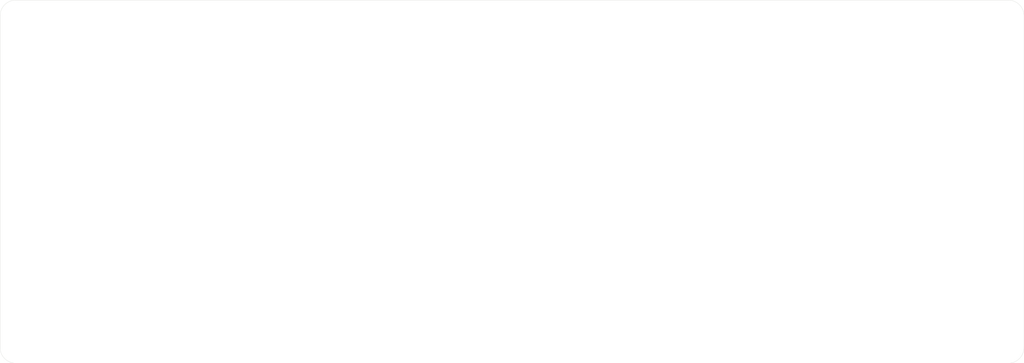
<source format=kicad_pcb>
(kicad_pcb (version 20171130) (host pcbnew "(5.1.4)-1")

  (general
    (thickness 1.6)
    (drawings 8)
    (tracks 0)
    (zones 0)
    (modules 0)
    (nets 1)
  )

  (page A4)
  (layers
    (0 F.Cu signal)
    (31 B.Cu signal)
    (32 B.Adhes user)
    (33 F.Adhes user)
    (34 B.Paste user)
    (35 F.Paste user)
    (36 B.SilkS user)
    (37 F.SilkS user)
    (38 B.Mask user)
    (39 F.Mask user)
    (40 Dwgs.User user)
    (41 Cmts.User user)
    (42 Eco1.User user)
    (43 Eco2.User user)
    (44 Edge.Cuts user)
    (45 Margin user)
    (46 B.CrtYd user)
    (47 F.CrtYd user)
    (48 B.Fab user)
    (49 F.Fab user)
  )

  (setup
    (last_trace_width 0.25)
    (trace_clearance 0.2)
    (zone_clearance 0.508)
    (zone_45_only no)
    (trace_min 0.2)
    (via_size 0.8)
    (via_drill 0.4)
    (via_min_size 0.4)
    (via_min_drill 0.3)
    (uvia_size 0.3)
    (uvia_drill 0.1)
    (uvias_allowed no)
    (uvia_min_size 0.2)
    (uvia_min_drill 0.1)
    (edge_width 0.05)
    (segment_width 0.2)
    (pcb_text_width 0.3)
    (pcb_text_size 1.5 1.5)
    (mod_edge_width 0.12)
    (mod_text_size 1 1)
    (mod_text_width 0.15)
    (pad_size 1.524 1.524)
    (pad_drill 0.762)
    (pad_to_mask_clearance 0.051)
    (solder_mask_min_width 0.25)
    (aux_axis_origin 0 0)
    (visible_elements FFFFFF7F)
    (pcbplotparams
      (layerselection 0x010fc_ffffffff)
      (usegerberextensions false)
      (usegerberattributes false)
      (usegerberadvancedattributes false)
      (creategerberjobfile false)
      (excludeedgelayer true)
      (linewidth 0.100000)
      (plotframeref false)
      (viasonmask false)
      (mode 1)
      (useauxorigin false)
      (hpglpennumber 1)
      (hpglpenspeed 20)
      (hpglpendiameter 15.000000)
      (psnegative false)
      (psa4output false)
      (plotreference true)
      (plotvalue true)
      (plotinvisibletext false)
      (padsonsilk false)
      (subtractmaskfromsilk false)
      (outputformat 1)
      (mirror false)
      (drillshape 1)
      (scaleselection 1)
      (outputdirectory ""))
  )

  (net 0 "")

  (net_class Default "This is the default net class."
    (clearance 0.2)
    (trace_width 0.25)
    (via_dia 0.8)
    (via_drill 0.4)
    (uvia_dia 0.3)
    (uvia_drill 0.1)
  )

  (gr_arc (start 37.846 128.397) (end 34.29 128.397) (angle -90) (layer Edge.Cuts) (width 0.05) (tstamp 5E210031))
  (gr_line (start 34.29 128.397) (end 34.29 53.34) (layer Edge.Cuts) (width 0.05) (tstamp 5E21002F))
  (gr_arc (start 262.128 128.397) (end 262.128 131.953) (angle -90) (layer Edge.Cuts) (width 0.05) (tstamp 5E21002E))
  (gr_line (start 37.846 131.953) (end 262.128 131.953) (layer Edge.Cuts) (width 0.05) (tstamp 5E21002D))
  (gr_arc (start 262.128 53.34) (end 265.684 53.34) (angle -90) (layer Edge.Cuts) (width 0.05) (tstamp 5E21002C))
  (gr_line (start 37.846 49.784) (end 262.128 49.784) (layer Edge.Cuts) (width 0.05) (tstamp 5E21002B))
  (gr_line (start 265.684 128.397) (end 265.684 53.34) (layer Edge.Cuts) (width 0.05) (tstamp 5E21002A))
  (gr_arc (start 37.846 53.34) (end 37.846 49.784) (angle -90) (layer Edge.Cuts) (width 0.05) (tstamp 5E210029))

)

</source>
